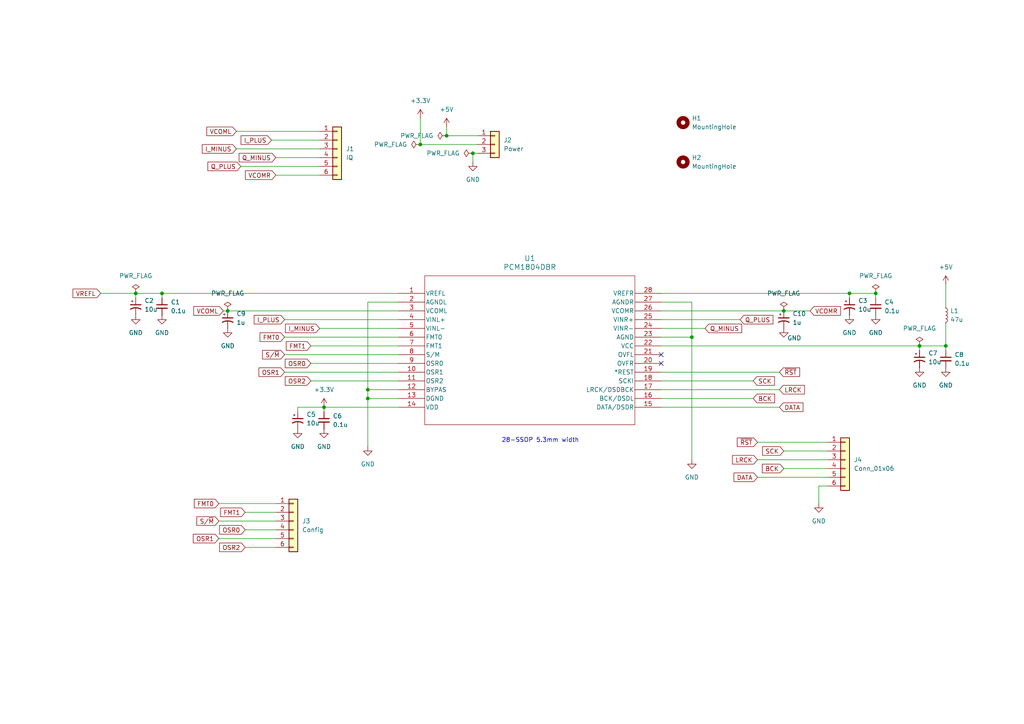
<source format=kicad_sch>
(kicad_sch (version 20231120) (generator "eeschema") (generator_version "8.0")
  (paper "A4")
  (lib_symbols
    (symbol "Connector_Generic:Conn_01x03" (pin_names (offset 1.016) hide)
      (property "Reference" "J" (at 0 5.08 0))
      (property "Value" "Conn_01x03" (at 0 -5.08 0))
      (symbol "Conn_01x03_1_1"
        (rectangle (start -1.27 -2.413) (end 0 -2.667) (stroke (width 0.1524)))
        (rectangle (start -1.27 0.127) (end 0 -0.127) (stroke (width 0.1524)))
        (rectangle (start -1.27 2.667) (end 0 2.413) (stroke (width 0.1524)))
        (rectangle (start -1.27 3.81) (end 1.27 -3.81) (stroke (width 0.254)) (fill (type background)))
        (pin passive line (at -5.08 2.54 0) (length 3.81) (name "Pin_1") (number "1"))
        (pin passive line (at -5.08 0 0) (length 3.81) (name "Pin_2") (number "2"))
        (pin passive line (at -5.08 -2.54 0) (length 3.81) (name "Pin_3") (number "3"))
      )
    )
    (symbol "Connector_Generic:Conn_01x06" (pin_names (offset 1.016) hide)
      (property "Reference" "J" (at 0 7.62 0))
      (property "Value" "Conn_01x06" (at 0 -10.16 0))
      (symbol "Conn_01x06_1_1"
        (rectangle (start -1.27 -7.493) (end 0 -7.747) (stroke (width 0.1524)))
        (rectangle (start -1.27 -4.953) (end 0 -5.207) (stroke (width 0.1524)))
        (rectangle (start -1.27 -2.413) (end 0 -2.667) (stroke (width 0.1524)))
        (rectangle (start -1.27 0.127) (end 0 -0.127) (stroke (width 0.1524)))
        (rectangle (start -1.27 2.667) (end 0 2.413) (stroke (width 0.1524)))
        (rectangle (start -1.27 5.207) (end 0 4.953) (stroke (width 0.1524)))
        (rectangle (start -1.27 6.35) (end 1.27 -8.89) (stroke (width 0.254)) (fill (type background)))
        (pin passive line (at -5.08 5.08 0) (length 3.81) (name "Pin_1") (number "1"))
        (pin passive line (at -5.08 2.54 0) (length 3.81) (name "Pin_2") (number "2"))
        (pin passive line (at -5.08 0 0) (length 3.81) (name "Pin_3") (number "3"))
        (pin passive line (at -5.08 -2.54 0) (length 3.81) (name "Pin_4") (number "4"))
        (pin passive line (at -5.08 -5.08 0) (length 3.81) (name "Pin_5") (number "5"))
        (pin passive line (at -5.08 -7.62 0) (length 3.81) (name "Pin_6") (number "6"))
      )
    )
    (symbol "Device:C_Polarized_Small_US" (pin_numbers hide) (pin_names (offset 0.254) hide)
      (property "Reference" "C" (at 0.254 1.778 0))
      (property "Value" "C_Polarized_Small_US" (at 0.254 -2.032 0))
      (symbol "C_Polarized_Small_US_0_1"
        (polyline (pts (xy -1.524 0.508) (xy 1.524 0.508)) (stroke (width 0.3048)))
        (polyline (pts (xy -1.27 1.524) (xy -0.762 1.524)))
        (polyline (pts (xy -1.016 1.27) (xy -1.016 1.778)))
        (arc (start 1.524 -0.762) (mid 0 -0.3734) (end -1.524 -0.762) (stroke (width 0.3048)))
      )
      (symbol "C_Polarized_Small_US_1_1"
        (pin passive line (at 0 2.54 270) (length 2.032) (name "~") (number "1"))
        (pin passive line (at 0 -2.54 90) (length 2.032) (name "~") (number "2"))
      )
    )
    (symbol "Device:C_Small" (pin_numbers hide) (pin_names (offset 0.254) hide)
      (property "Reference" "C" (at 0.254 1.778 0))
      (property "Value" "C_Small" (at 0.254 -2.032 0))
      (symbol "C_Small_0_1"
        (polyline (pts (xy -1.524 -0.508) (xy 1.524 -0.508)) (stroke (width 0.3302)))
        (polyline (pts (xy -1.524 0.508) (xy 1.524 0.508)) (stroke (width 0.3048)))
      )
      (symbol "C_Small_1_1"
        (pin passive line (at 0 2.54 270) (length 2.032) (name "~") (number "1"))
        (pin passive line (at 0 -2.54 90) (length 2.032) (name "~") (number "2"))
      )
    )
    (symbol "Device:L_Small" (pin_numbers hide) (pin_names (offset 0.254) hide)
      (property "Reference" "L" (at 0.762 1.016 0))
      (property "Value" "L_Small" (at 0.762 -1.016 0))
      (symbol "L_Small_0_1"
        (arc (start 0 -2.032) (mid 0.5058 -1.524) (end 0 -1.016))
        (arc (start 0 -1.016) (mid 0.5058 -0.508) (end 0 0))
        (arc (start 0 0) (mid 0.5058 0.508) (end 0 1.016))
        (arc (start 0 1.016) (mid 0.5058 1.524) (end 0 2.032))
      )
      (symbol "L_Small_1_1"
        (pin passive line (at 0 2.54 270) (length 0.508) (name "~") (number "1"))
        (pin passive line (at 0 -2.54 90) (length 0.508) (name "~") (number "2"))
      )
    )
    (symbol "Mechanical:MountingHole" (pin_names (offset 1.016)) (exclude_from_sim yes) (in_bom no)
      (property "Reference" "H" (at 0 5.08 0))
      (property "Value" "MountingHole" (at 0 3.175 0))
      (symbol "MountingHole_0_1"
        (circle (center 0 0) (radius 1.27) (stroke (width 1.27)))
      )
    )
    (symbol "power:+3.3V" (power) (pin_numbers hide) (pin_names (offset 0) hide)
      (property "Value" "+3.3V" (at 0 3.556 0))
      (symbol "+3.3V_0_1"
        (polyline (pts (xy -0.762 1.27) (xy 0 2.54)))
        (polyline (pts (xy 0 0) (xy 0 2.54)))
        (polyline (pts (xy 0 2.54) (xy 0.762 1.27)))
      )
      (symbol "+3.3V_1_1"
        (pin power_in line (at 0 0 90) (length 0) (name "~") (number "1"))
      )
    )
    (symbol "power:+5V" (power) (pin_numbers hide) (pin_names (offset 0) hide)
      (property "Value" "+5V" (at 0 3.556 0))
      (symbol "+5V_0_1"
        (polyline (pts (xy -0.762 1.27) (xy 0 2.54)))
        (polyline (pts (xy 0 0) (xy 0 2.54)))
        (polyline (pts (xy 0 2.54) (xy 0.762 1.27)))
      )
      (symbol "+5V_1_1"
        (pin power_in line (at 0 0 90) (length 0) (name "~") (number "1"))
      )
    )
    (symbol "power:GND" (power) (pin_numbers hide) (pin_names (offset 0) hide)
      (property "Value" "GND" (at 0 -3.81 0))
      (symbol "GND_0_1"
        (polyline (pts (xy 0 0) (xy 0 -1.27) (xy 1.27 -1.27) (xy 0 -2.54) (xy -1.27 -1.27) (xy 0 -1.27)))
      )
      (symbol "GND_1_1"
        (pin power_in line (at 0 0 270) (length 0) (name "~") (number "1"))
      )
    )
    (symbol "power:PWR_FLAG" (power) (pin_numbers hide) (pin_names (offset 0) hide)
      (property "Value" "PWR_FLAG" (at 0 3.81 0))
      (symbol "PWR_FLAG_0_0"
        (pin power_out line (at 0 0 90) (length 0) (name "~") (number "1"))
      )
      (symbol "PWR_FLAG_0_1"
        (polyline (pts (xy 0 0) (xy 0 1.27) (xy -1.016 1.905) (xy 0 2.54) (xy 1.016 1.905) (xy 0 1.27)))
      )
    )
    (symbol "symbol-library-1:PCM1804DBR" (pin_names (offset 0.254))
      (property "Reference" "U" (at 38.1 10.16 0))
      (property "Value" "PCM1804DBR" (at 38.1 7.62 0))
      (symbol "PCM1804DBR_0_1"
        (polyline (pts (xy 7.62 -38.1) (xy 68.58 -38.1)) (stroke (width 0.127)))
        (polyline (pts (xy 7.62 5.08) (xy 7.62 -38.1)) (stroke (width 0.127)))
        (polyline (pts (xy 68.58 -38.1) (xy 68.58 5.08)) (stroke (width 0.127)))
        (polyline (pts (xy 68.58 5.08) (xy 7.62 5.08)) (stroke (width 0.127)))
        (pin power_in line (at 0 0 0) (length 7.62) (name "VREFL") (number "1"))
        (pin input line (at 0 -22.86 0) (length 7.62) (name "OSR1") (number "10"))
        (pin input line (at 0 -25.4 0) (length 7.62) (name "OSR2") (number "11"))
        (pin input line (at 0 -27.94 0) (length 7.62) (name "BYPAS") (number "12"))
        (pin power_in line (at 0 -30.48 0) (length 7.62) (name "DGND") (number "13"))
        (pin power_in line (at 0 -33.02 0) (length 7.62) (name "VDD") (number "14"))
        (pin output line (at 76.2 -33.02 180) (length 7.62) (name "DATA/DSDR") (number "15"))
        (pin bidirectional line (at 76.2 -30.48 180) (length 7.62) (name "BCK/DSDL") (number "16"))
        (pin bidirectional line (at 76.2 -27.94 180) (length 7.62) (name "LRCK/DSDBCK") (number "17"))
        (pin input line (at 76.2 -25.4 180) (length 7.62) (name "SCKI") (number "18"))
        (pin input line (at 76.2 -22.86 180) (length 7.62) (name "*REST") (number "19"))
        (pin power_in line (at 0 -2.54 0) (length 7.62) (name "AGNDL") (number "2"))
        (pin output line (at 76.2 -20.32 180) (length 7.62) (name "OVFR") (number "20"))
        (pin output line (at 76.2 -17.78 180) (length 7.62) (name "OVFL") (number "21"))
        (pin power_in line (at 76.2 -15.24 180) (length 7.62) (name "VCC") (number "22"))
        (pin power_in line (at 76.2 -12.7 180) (length 7.62) (name "AGND") (number "23"))
        (pin input line (at 76.2 -10.16 180) (length 7.62) (name "VINR-") (number "24"))
        (pin input line (at 76.2 -7.62 180) (length 7.62) (name "VINR+") (number "25"))
        (pin power_in line (at 76.2 -5.08 180) (length 7.62) (name "VCOMR") (number "26"))
        (pin power_in line (at 76.2 -2.54 180) (length 7.62) (name "AGNDR") (number "27"))
        (pin power_in line (at 76.2 0 180) (length 7.62) (name "VREFR") (number "28"))
        (pin power_in line (at 0 -5.08 0) (length 7.62) (name "VCOML") (number "3"))
        (pin input line (at 0 -7.62 0) (length 7.62) (name "VINL+") (number "4"))
        (pin input line (at 0 -10.16 0) (length 7.62) (name "VINL-") (number "5"))
        (pin input line (at 0 -12.7 0) (length 7.62) (name "FMT0") (number "6"))
        (pin input line (at 0 -15.24 0) (length 7.62) (name "FMT1") (number "7"))
        (pin input line (at 0 -17.78 0) (length 7.62) (name "S/M") (number "8"))
        (pin input line (at 0 -20.32 0) (length 7.62) (name "OSR0") (number "9"))
      )
    )
  )
  (junction (at 93.98 118.11))
  (junction (at 200.66 97.79))
  (junction (at 121.92 41.91))
  (junction (at 106.68 113.03))
  (junction (at 274.32 100.33))
  (junction (at 227.33 90.17))
  (junction (at 46.99 85.09))
  (junction (at 137.16 44.45))
  (junction (at 39.37 85.09))
  (junction (at 129.54 39.37))
  (junction (at 106.68 115.57))
  (junction (at 246.38 85.09))
  (junction (at 66.04 90.17))
  (junction (at 266.7 100.33))
  (junction (at 254 85.09))
  (no_connect (at 191.77 105.41))
  (no_connect (at 191.77 102.87))
  (wire (pts (xy 191.77 90.17) (xy 227.33 90.17)))
  (wire (pts (xy 93.98 118.11) (xy 93.98 119.38)))
  (wire (pts (xy 274.32 82.55) (xy 274.32 88.9)))
  (wire (pts (xy 191.77 97.79) (xy 200.66 97.79)))
  (wire (pts (xy 237.49 146.05) (xy 237.49 140.97)))
  (wire (pts (xy 191.77 118.11) (xy 226.06 118.11)))
  (wire (pts (xy 121.92 34.29) (xy 121.92 41.91)))
  (wire (pts (xy 219.71 128.27) (xy 240.03 128.27)))
  (wire (pts (xy 90.17 100.33) (xy 115.57 100.33)))
  (wire (pts (xy 39.37 85.09) (xy 46.99 85.09)))
  (wire (pts (xy 39.37 86.36) (xy 39.37 85.09)))
  (wire (pts (xy 106.68 87.63) (xy 106.68 113.03)))
  (wire (pts (xy 63.5 156.21) (xy 80.01 156.21)))
  (wire (pts (xy 106.68 115.57) (xy 106.68 129.54)))
  (wire (pts (xy 46.99 85.09) (xy 46.99 86.36)))
  (wire (pts (xy 246.38 85.09) (xy 254 85.09)))
  (wire (pts (xy 71.12 148.59) (xy 80.01 148.59)))
  (wire (pts (xy 191.77 100.33) (xy 266.7 100.33)))
  (wire (pts (xy 82.55 107.95) (xy 115.57 107.95)))
  (wire (pts (xy 66.04 90.17) (xy 115.57 90.17)))
  (wire (pts (xy 191.77 115.57) (xy 218.44 115.57)))
  (wire (pts (xy 86.36 118.11) (xy 93.98 118.11)))
  (wire (pts (xy 69.85 48.26) (xy 92.71 48.26)))
  (wire (pts (xy 191.77 92.71) (xy 214.63 92.71)))
  (wire (pts (xy 63.5 146.05) (xy 80.01 146.05)))
  (wire (pts (xy 115.57 87.63) (xy 106.68 87.63)))
  (wire (pts (xy 246.38 86.36) (xy 246.38 85.09)))
  (wire (pts (xy 274.32 93.98) (xy 274.32 100.33)))
  (wire (pts (xy 106.68 115.57) (xy 115.57 115.57)))
  (wire (pts (xy 129.54 36.83) (xy 129.54 39.37)))
  (wire (pts (xy 266.7 100.33) (xy 274.32 100.33)))
  (wire (pts (xy 71.12 158.75) (xy 80.01 158.75)))
  (wire (pts (xy 191.77 110.49) (xy 218.44 110.49)))
  (wire (pts (xy 129.54 39.37) (xy 138.43 39.37)))
  (wire (pts (xy 90.17 105.41) (xy 115.57 105.41)))
  (wire (pts (xy 63.5 151.13) (xy 80.01 151.13)))
  (wire (pts (xy 274.32 100.33) (xy 274.32 101.6)))
  (wire (pts (xy 227.33 90.17) (xy 234.95 90.17)))
  (wire (pts (xy 137.16 44.45) (xy 137.16 46.99)))
  (wire (pts (xy 86.36 119.38) (xy 86.36 118.11)))
  (wire (pts (xy 68.58 43.18) (xy 92.71 43.18)))
  (wire (pts (xy 191.77 85.09) (xy 246.38 85.09)))
  (wire (pts (xy 191.77 107.95) (xy 226.06 107.95)))
  (wire (pts (xy 29.21 85.09) (xy 39.37 85.09)))
  (wire (pts (xy 78.74 40.64) (xy 92.71 40.64)))
  (wire (pts (xy 227.33 130.81) (xy 240.03 130.81)))
  (wire (pts (xy 80.01 50.8) (xy 92.71 50.8)))
  (wire (pts (xy 219.71 133.35) (xy 240.03 133.35)))
  (wire (pts (xy 90.17 110.49) (xy 115.57 110.49)))
  (wire (pts (xy 71.12 153.67) (xy 80.01 153.67)))
  (wire (pts (xy 200.66 87.63) (xy 200.66 97.79)))
  (wire (pts (xy 138.43 44.45) (xy 137.16 44.45)))
  (wire (pts (xy 227.33 135.89) (xy 240.03 135.89)))
  (wire (pts (xy 80.01 45.72) (xy 92.71 45.72)))
  (wire (pts (xy 191.77 95.25) (xy 204.47 95.25)))
  (wire (pts (xy 92.71 95.25) (xy 115.57 95.25)))
  (wire (pts (xy 68.58 38.1) (xy 92.71 38.1)))
  (wire (pts (xy 219.71 138.43) (xy 240.03 138.43)))
  (wire (pts (xy 64.77 90.17) (xy 66.04 90.17)))
  (wire (pts (xy 237.49 140.97) (xy 240.03 140.97)))
  (wire (pts (xy 82.55 92.71) (xy 115.57 92.71)))
  (wire (pts (xy 200.66 97.79) (xy 200.66 133.35)))
  (wire (pts (xy 121.92 41.91) (xy 138.43 41.91)))
  (wire (pts (xy 82.55 102.87) (xy 115.57 102.87)))
  (wire (pts (xy 46.99 85.09) (xy 115.57 85.09)))
  (wire (pts (xy 106.68 113.03) (xy 106.68 115.57)))
  (wire (pts (xy 266.7 101.6) (xy 266.7 100.33)))
  (wire (pts (xy 106.68 113.03) (xy 115.57 113.03)))
  (wire (pts (xy 254 85.09) (xy 254 86.36)))
  (wire (pts (xy 191.77 113.03) (xy 226.06 113.03)))
  (wire (pts (xy 93.98 118.11) (xy 115.57 118.11)))
  (wire (pts (xy 82.55 97.79) (xy 115.57 97.79)))
  (wire (pts (xy 191.77 87.63) (xy 200.66 87.63)))
  (text "28-SSOP 5.3mm width" (at 156.718 127.762 0) (effects (font (size 1.27 1.27))))
  (global_label "FMT1" (shape input) (at 90.17 100.33 180) (property "Intersheetrefs" "${INTERSHEET_REFS}" (effects (hide yes))))
  (global_label "LRCK" (shape input) (at 226.06 113.03 0) (property "Intersheetrefs" "${INTERSHEET_REFS}" (effects (hide yes))))
  (global_label "S{slash}~{M}" (shape input) (at 82.55 102.87 180) (property "Intersheetrefs" "${INTERSHEET_REFS}" (effects (hide yes))))
  (global_label "LRCK" (shape input) (at 219.71 133.35 180) (property "Intersheetrefs" "${INTERSHEET_REFS}" (effects (hide yes))))
  (global_label "Q_PLUS" (shape input) (at 69.85 48.26 180) (property "Intersheetrefs" "${INTERSHEET_REFS}" (effects (hide yes))))
  (global_label "OSR0" (shape input) (at 71.12 153.67 180) (property "Intersheetrefs" "${INTERSHEET_REFS}" (effects (hide yes))))
  (global_label "DATA" (shape input) (at 226.06 118.11 0) (property "Intersheetrefs" "${INTERSHEET_REFS}" (effects (hide yes))))
  (global_label "Q_MINUS" (shape input) (at 204.47 95.25 0) (property "Intersheetrefs" "${INTERSHEET_REFS}" (effects (hide yes))))
  (global_label "OSR1" (shape input) (at 82.55 107.95 180) (property "Intersheetrefs" "${INTERSHEET_REFS}" (effects (hide yes))))
  (global_label "I_PLUS" (shape input) (at 82.55 92.71 180) (property "Intersheetrefs" "${INTERSHEET_REFS}" (effects (hide yes))))
  (global_label "OSR0" (shape input) (at 90.17 105.41 180) (property "Intersheetrefs" "${INTERSHEET_REFS}" (effects (hide yes))))
  (global_label "~{RST}" (shape input) (at 219.71 128.27 180) (property "Intersheetrefs" "${INTERSHEET_REFS}" (effects (hide yes))))
  (global_label "SCK" (shape input) (at 227.33 130.81 180) (property "Intersheetrefs" "${INTERSHEET_REFS}" (effects (hide yes))))
  (global_label "VCOMR" (shape input) (at 80.01 50.8 180) (property "Intersheetrefs" "${INTERSHEET_REFS}" (effects (hide yes))))
  (global_label "OSR1" (shape input) (at 63.5 156.21 180) (property "Intersheetrefs" "${INTERSHEET_REFS}" (effects (hide yes))))
  (global_label "VCOML" (shape input) (at 68.58 38.1 180) (property "Intersheetrefs" "${INTERSHEET_REFS}" (effects (hide yes))))
  (global_label "VCOMR" (shape input) (at 234.95 90.17 0) (property "Intersheetrefs" "${INTERSHEET_REFS}" (effects (hide yes))))
  (global_label "OSR2" (shape input) (at 90.17 110.49 180) (property "Intersheetrefs" "${INTERSHEET_REFS}" (effects (hide yes))))
  (global_label "I_PLUS" (shape input) (at 78.74 40.64 180) (property "Intersheetrefs" "${INTERSHEET_REFS}" (effects (hide yes))))
  (global_label "~{RST}" (shape input) (at 226.06 107.95 0) (property "Intersheetrefs" "${INTERSHEET_REFS}" (effects (hide yes))))
  (global_label "BCK" (shape input) (at 218.44 115.57 0) (property "Intersheetrefs" "${INTERSHEET_REFS}" (effects (hide yes))))
  (global_label "VREFL" (shape input) (at 29.21 85.09 180) (property "Intersheetrefs" "${INTERSHEET_REFS}" (effects (hide yes))))
  (global_label "BCK" (shape input) (at 227.33 135.89 180) (property "Intersheetrefs" "${INTERSHEET_REFS}" (effects (hide yes))))
  (global_label "VCOML" (shape input) (at 64.77 90.17 180) (property "Intersheetrefs" "${INTERSHEET_REFS}" (effects (hide yes))))
  (global_label "FMT0" (shape input) (at 63.5 146.05 180) (property "Intersheetrefs" "${INTERSHEET_REFS}" (effects (hide yes))))
  (global_label "S{slash}~{M}" (shape input) (at 63.5 151.13 180) (property "Intersheetrefs" "${INTERSHEET_REFS}" (effects (hide yes))))
  (global_label "Q_MINUS" (shape input) (at 80.01 45.72 180) (property "Intersheetrefs" "${INTERSHEET_REFS}" (effects (hide yes))))
  (global_label "SCK" (shape input) (at 218.44 110.49 0) (property "Intersheetrefs" "${INTERSHEET_REFS}" (effects (hide yes))))
  (global_label "DATA" (shape input) (at 219.71 138.43 180) (property "Intersheetrefs" "${INTERSHEET_REFS}" (effects (hide yes))))
  (global_label "I_MINUS" (shape input) (at 92.71 95.25 180) (property "Intersheetrefs" "${INTERSHEET_REFS}" (effects (hide yes))))
  (global_label "Q_PLUS" (shape input) (at 214.63 92.71 0) (property "Intersheetrefs" "${INTERSHEET_REFS}" (effects (hide yes))))
  (global_label "FMT0" (shape input) (at 82.55 97.79 180) (property "Intersheetrefs" "${INTERSHEET_REFS}" (effects (hide yes))))
  (global_label "FMT1" (shape input) (at 71.12 148.59 180) (property "Intersheetrefs" "${INTERSHEET_REFS}" (effects (hide yes))))
  (global_label "I_MINUS" (shape input) (at 68.58 43.18 180) (property "Intersheetrefs" "${INTERSHEET_REFS}" (effects (hide yes))))
  (global_label "OSR2" (shape input) (at 71.12 158.75 180) (property "Intersheetrefs" "${INTERSHEET_REFS}" (effects (hide yes))))
  (symbol (lib_id "power:GND") (at 254 91.44 0) (unit 1)
    (property "Reference" "#PWR04" (effects (hide yes)))
    (property "Value" "GND" (at 254 96.52 0))
    (property "Description" "Power symbol creates a global label with name \"GND\" , ground" (effects (hide yes)))
  )
  (symbol (lib_id "power:PWR_FLAG") (at 266.7 100.33 0) (unit 1)
    (property "Reference" "#FLG04" (effects (hide yes)))
    (property "Value" "PWR_FLAG" (at 266.7 95.25 0))
    (property "Description" "Special symbol for telling ERC where power comes from" (effects (hide yes)))
  )
  (symbol (lib_id "Connector_Generic:Conn_01x06") (at 97.79 43.18 0) (unit 1)
    (property "Reference" "J1" (at 100.33 43.1799 0) (effects (justify left)))
    (property "Value" "IQ" (at 100.33 45.7199 0) (effects (justify left)))
    (property "Footprint" "Connector_PinHeader_2.54mm:PinHeader_1x06_P2.54mm_Vertical" (effects (hide yes)))
    (property "Description" "Generic connector, single row, 01x06, script generated (kicad-library-utils/schlib/autogen/connector/)" (effects (hide yes)))
  )
  (symbol (lib_id "power:GND") (at 274.32 106.68 0) (unit 1)
    (property "Reference" "#PWR011" (effects (hide yes)))
    (property "Value" "GND" (at 274.32 111.76 0))
    (property "Description" "Power symbol creates a global label with name \"GND\" , ground" (effects (hide yes)))
  )
  (symbol (lib_id "Device:C_Polarized_Small_US") (at 39.37 88.9 0) (unit 1)
    (property "Reference" "C2" (at 41.91 87.1981 0) (effects (justify left)))
    (property "Value" "10u" (at 41.91 89.7381 0) (effects (justify left)))
    (property "Footprint" "Capacitor_THT:CP_Radial_D4.0mm_P2.00mm" (effects (hide yes)))
    (property "Description" "Polarized capacitor, small US symbol" (effects (hide yes)))
  )
  (symbol (lib_id "power:GND") (at 66.04 95.25 0) (unit 1)
    (property "Reference" "#PWR013" (effects (hide yes)))
    (property "Value" "GND" (at 66.04 100.33 0))
    (property "Description" "Power symbol creates a global label with name \"GND\" , ground" (effects (hide yes)))
  )
  (symbol (lib_id "power:GND") (at 200.66 133.35 0) (unit 1)
    (property "Reference" "#PWR06" (effects (hide yes)))
    (property "Value" "GND" (at 200.66 138.43 0))
    (property "Description" "Power symbol creates a global label with name \"GND\" , ground" (effects (hide yes)))
  )
  (symbol (lib_id "power:GND") (at 137.16 46.99 0) (unit 1)
    (property "Reference" "#PWR015" (effects (hide yes)))
    (property "Value" "GND" (at 137.16 52.07 0))
    (property "Description" "Power symbol creates a global label with name \"GND\" , ground" (effects (hide yes)))
  )
  (symbol (lib_id "power:GND") (at 93.98 124.46 0) (unit 1)
    (property "Reference" "#PWR08" (effects (hide yes)))
    (property "Value" "GND" (at 93.98 129.54 0))
    (property "Description" "Power symbol creates a global label with name \"GND\" , ground" (effects (hide yes)))
  )
  (symbol (lib_id "power:GND") (at 46.99 91.44 0) (unit 1)
    (property "Reference" "#PWR02" (effects (hide yes)))
    (property "Value" "GND" (at 46.99 96.52 0))
    (property "Description" "Power symbol creates a global label with name \"GND\" , ground" (effects (hide yes)))
  )
  (symbol (lib_id "Mechanical:MountingHole") (at 198.12 46.99 0) (unit 1) (exclude_from_sim yes) (in_bom no)
    (property "Reference" "H2" (at 200.66 45.7199 0) (effects (justify left)))
    (property "Value" "MountingHole" (at 200.66 48.2599 0) (effects (justify left)))
    (property "Footprint" "MountingHole:MountingHole_3mm" (effects (hide yes)))
    (property "Description" "Mounting Hole without connection" (effects (hide yes)))
  )
  (symbol (lib_id "power:+3.3V") (at 93.98 118.11 0) (unit 1)
    (property "Reference" "#PWR09" (effects (hide yes)))
    (property "Value" "+3.3V" (at 93.98 113.03 0))
    (property "Description" "Power symbol creates a global label with name \"+3.3V\"" (effects (hide yes)))
  )
  (symbol (lib_id "power:PWR_FLAG") (at 254 85.09 0) (unit 1)
    (property "Reference" "#FLG05" (effects (hide yes)))
    (property "Value" "PWR_FLAG" (at 254 80.01 0))
    (property "Description" "Special symbol for telling ERC where power comes from" (effects (hide yes)))
  )
  (symbol (lib_id "power:GND") (at 266.7 106.68 0) (unit 1)
    (property "Reference" "#PWR010" (effects (hide yes)))
    (property "Value" "GND" (at 266.7 111.76 0))
    (property "Description" "Power symbol creates a global label with name \"GND\" , ground" (effects (hide yes)))
  )
  (symbol (lib_id "power:GND") (at 39.37 91.44 0) (unit 1)
    (property "Reference" "#PWR01" (effects (hide yes)))
    (property "Value" "GND" (at 39.37 96.52 0))
    (property "Description" "Power symbol creates a global label with name \"GND\" , ground" (effects (hide yes)))
  )
  (symbol (lib_id "power:GND") (at 227.33 95.25 0) (unit 1)
    (property "Reference" "#PWR014" (effects (hide yes)))
    (property "Value" "GND" (at 230.378 98.044 0))
    (property "Description" "Power symbol creates a global label with name \"GND\" , ground" (effects (hide yes)))
  )
  (symbol (lib_id "Device:C_Small") (at 254 88.9 0) (unit 1)
    (property "Reference" "C4" (at 256.54 87.6362 0) (effects (justify left)))
    (property "Value" "0.1u" (at 256.54 90.1762 0) (effects (justify left)))
    (property "Footprint" "Capacitor_SMD:C_0805_2012Metric_Pad1.18x1.45mm_HandSolder" (effects (hide yes)))
    (property "Description" "Unpolarized capacitor, small symbol" (effects (hide yes)))
  )
  (symbol (lib_id "power:GND") (at 246.38 91.44 0) (unit 1)
    (property "Reference" "#PWR03" (effects (hide yes)))
    (property "Value" "GND" (at 246.38 96.52 0))
    (property "Description" "Power symbol creates a global label with name \"GND\" , ground" (effects (hide yes)))
  )
  (symbol (lib_id "Device:L_Small") (at 274.32 91.44 0) (unit 1)
    (property "Reference" "L1" (at 275.59 90.1699 0) (effects (justify left)))
    (property "Value" "47u" (at 275.59 92.7099 0) (effects (justify left)))
    (property "Footprint" "Inductor_SMD:L_0805_2012Metric_Pad1.15x1.40mm_HandSolder" (effects (hide yes)))
    (property "Description" "Inductor, small symbol" (effects (hide yes)))
  )
  (symbol (lib_id "Connector_Generic:Conn_01x06") (at 245.11 133.35 0) (unit 1)
    (property "Reference" "J4" (at 247.65 133.3499 0) (effects (justify left)))
    (property "Value" "Conn_01x06" (at 247.65 135.8899 0) (effects (justify left)))
    (property "Footprint" "Connector_PinHeader_2.54mm:PinHeader_1x06_P2.54mm_Vertical" (effects (hide yes)))
    (property "Description" "Generic connector, single row, 01x06, script generated (kicad-library-utils/schlib/autogen/connector/)" (effects (hide yes)))
  )
  (symbol (lib_id "Device:C_Small") (at 46.99 88.9 0) (unit 1)
    (property "Reference" "C1" (at 49.53 87.6362 0) (effects (justify left)))
    (property "Value" "0.1u" (at 49.53 90.1762 0) (effects (justify left)))
    (property "Footprint" "Capacitor_SMD:C_0805_2012Metric_Pad1.18x1.45mm_HandSolder" (effects (hide yes)))
    (property "Description" "Unpolarized capacitor, small symbol" (effects (hide yes)))
  )
  (symbol (lib_id "power:GND") (at 106.68 129.54 0) (unit 1)
    (property "Reference" "#PWR05" (effects (hide yes)))
    (property "Value" "GND" (at 106.68 134.62 0))
    (property "Description" "Power symbol creates a global label with name \"GND\" , ground" (effects (hide yes)))
  )
  (symbol (lib_id "Device:C_Small") (at 274.32 104.14 0) (unit 1)
    (property "Reference" "C8" (at 276.86 102.8762 0) (effects (justify left)))
    (property "Value" "0.1u" (at 276.86 105.4162 0) (effects (justify left)))
    (property "Footprint" "Capacitor_SMD:C_0805_2012Metric_Pad1.18x1.45mm_HandSolder" (effects (hide yes)))
    (property "Description" "Unpolarized capacitor, small symbol" (effects (hide yes)))
  )
  (symbol (lib_id "Mechanical:MountingHole") (at 198.12 35.56 0) (unit 1) (exclude_from_sim yes) (in_bom no)
    (property "Reference" "H1" (at 200.66 34.2899 0) (effects (justify left)))
    (property "Value" "MountingHole" (at 200.66 36.8299 0) (effects (justify left)))
    (property "Footprint" "MountingHole:MountingHole_3mm" (effects (hide yes)))
    (property "Description" "Mounting Hole without connection" (effects (hide yes)))
  )
  (symbol (lib_id "power:PWR_FLAG") (at 227.33 90.17 0) (unit 1)
    (property "Reference" "#FLG07" (effects (hide yes)))
    (property "Value" "PWR_FLAG" (at 227.33 85.09 0))
    (property "Description" "Special symbol for telling ERC where power comes from" (effects (hide yes)))
  )
  (symbol (lib_id "symbol-library-1:PCM1804DBR") (at 115.57 85.09 0) (unit 1)
    (property "Reference" "U1" (at 153.67 74.93 0) (effects (font (size 1.524 1.524))))
    (property "Value" "PCM1804DBR" (at 153.67 77.47 0) (effects (font (size 1.524 1.524))))
    (property "Footprint" "Package_SO:SSOP-28_5.3x10.2mm_P0.65mm" (effects (hide yes)))
    (property "Datasheet" "PCM1804DBR" (effects (hide yes)))
  )
  (symbol (lib_id "power:PWR_FLAG") (at 39.37 85.09 0) (unit 1)
    (property "Reference" "#FLG06" (effects (hide yes)))
    (property "Value" "PWR_FLAG" (at 39.37 80.01 0))
    (property "Description" "Special symbol for telling ERC where power comes from" (effects (hide yes)))
  )
  (symbol (lib_id "Connector_Generic:Conn_01x03") (at 143.51 41.91 0) (unit 1)
    (property "Reference" "J2" (at 146.05 40.6399 0) (effects (justify left)))
    (property "Value" "Power" (at 146.05 43.1799 0) (effects (justify left)))
    (property "Footprint" "Connector_PinHeader_2.54mm:PinHeader_1x03_P2.54mm_Vertical" (effects (hide yes)))
    (property "Description" "Generic connector, single row, 01x03, script generated (kicad-library-utils/schlib/autogen/connector/)" (effects (hide yes)))
  )
  (symbol (lib_id "Device:C_Polarized_Small_US") (at 227.33 92.71 0) (unit 1)
    (property "Reference" "C10" (at 229.87 91.0081 0) (effects (justify left)))
    (property "Value" "1u" (at 229.87 93.5481 0) (effects (justify left)))
    (property "Footprint" "Capacitor_SMD:C_0805_2012Metric_Pad1.18x1.45mm_HandSolder" (effects (hide yes)))
    (property "Description" "Polarized capacitor, small US symbol" (effects (hide yes)))
  )
  (symbol (lib_id "power:PWR_FLAG") (at 137.16 44.45 90) (unit 1)
    (property "Reference" "#FLG03" (effects (hide yes)))
    (property "Value" "PWR_FLAG" (at 133.35 44.4499 90) (effects (justify left)))
    (property "Description" "Special symbol for telling ERC where power comes from" (effects (hide yes)))
  )
  (symbol (lib_id "power:+3.3V") (at 121.92 34.29 0) (unit 1)
    (property "Reference" "#PWR016" (effects (hide yes)))
    (property "Value" "+3.3V" (at 121.92 29.21 0))
    (property "Description" "Power symbol creates a global label with name \"+3.3V\"" (effects (hide yes)))
  )
  (symbol (lib_id "Device:C_Polarized_Small_US") (at 66.04 92.71 0) (unit 1)
    (property "Reference" "C9" (at 68.58 91.0081 0) (effects (justify left)))
    (property "Value" "1u" (at 68.58 93.5481 0) (effects (justify left)))
    (property "Footprint" "Capacitor_SMD:C_0805_2012Metric_Pad1.18x1.45mm_HandSolder" (effects (hide yes)))
    (property "Description" "Polarized capacitor, small US symbol" (effects (hide yes)))
  )
  (symbol (lib_id "Device:C_Polarized_Small_US") (at 266.7 104.14 0) (unit 1)
    (property "Reference" "C7" (at 269.24 102.4381 0) (effects (justify left)))
    (property "Value" "10u" (at 269.24 104.9781 0) (effects (justify left)))
    (property "Footprint" "Capacitor_THT:CP_Radial_D4.0mm_P2.00mm" (effects (hide yes)))
    (property "Description" "Polarized capacitor, small US symbol" (effects (hide yes)))
  )
  (symbol (lib_id "power:GND") (at 86.36 124.46 0) (unit 1)
    (property "Reference" "#PWR07" (effects (hide yes)))
    (property "Value" "GND" (at 86.36 129.54 0))
    (property "Description" "Power symbol creates a global label with name \"GND\" , ground" (effects (hide yes)))
  )
  (symbol (lib_id "power:GND") (at 237.49 146.05 0) (unit 1)
    (property "Reference" "#PWR018" (effects (hide yes)))
    (property "Value" "GND" (at 237.49 151.13 0))
    (property "Description" "Power symbol creates a global label with name \"GND\" , ground" (effects (hide yes)))
  )
  (symbol (lib_id "power:+5V") (at 129.54 36.83 0) (unit 1)
    (property "Reference" "#PWR017" (effects (hide yes)))
    (property "Value" "+5V" (at 129.54 31.75 0))
    (property "Description" "Power symbol creates a global label with name \"+5V\"" (effects (hide yes)))
  )
  (symbol (lib_id "power:PWR_FLAG") (at 121.92 41.91 90) (unit 1)
    (property "Reference" "#FLG01" (effects (hide yes)))
    (property "Value" "PWR_FLAG" (at 118.11 41.9099 90) (effects (justify left)))
    (property "Description" "Special symbol for telling ERC where power comes from" (effects (hide yes)))
  )
  (symbol (lib_id "power:+5V") (at 274.32 82.55 0) (unit 1)
    (property "Reference" "#PWR012" (effects (hide yes)))
    (property "Value" "+5V" (at 274.32 77.47 0))
    (property "Description" "Power symbol creates a global label with name \"+5V\"" (effects (hide yes)))
  )
  (symbol (lib_id "power:PWR_FLAG") (at 129.54 39.37 90) (unit 1)
    (property "Reference" "#FLG02" (effects (hide yes)))
    (property "Value" "PWR_FLAG" (at 125.73 39.3699 90) (effects (justify left)))
    (property "Description" "Special symbol for telling ERC where power comes from" (effects (hide yes)))
  )
  (symbol (lib_id "Device:C_Polarized_Small_US") (at 246.38 88.9 0) (unit 1)
    (property "Reference" "C3" (at 248.92 87.1981 0) (effects (justify left)))
    (property "Value" "10u" (at 248.92 89.7381 0) (effects (justify left)))
    (property "Footprint" "Capacitor_THT:CP_Radial_D4.0mm_P2.00mm" (effects (hide yes)))
    (property "Description" "Polarized capacitor, small US symbol" (effects (hide yes)))
  )
  (symbol (lib_id "Connector_Generic:Conn_01x06") (at 85.09 151.13 0) (unit 1)
    (property "Reference" "J3" (at 87.63 151.1299 0) (effects (justify left)))
    (property "Value" "Config" (at 87.63 153.6699 0) (effects (justify left)))
    (property "Footprint" "Connector_PinHeader_2.54mm:PinHeader_1x06_P2.54mm_Vertical" (effects (hide yes)))
    (property "Description" "Generic connector, single row, 01x06, script generated (kicad-library-utils/schlib/autogen/connector/)" (effects (hide yes)))
  )
  (symbol (lib_id "Device:C_Small") (at 93.98 121.92 0) (unit 1)
    (property "Reference" "C6" (at 96.52 120.6562 0) (effects (justify left)))
    (property "Value" "0.1u" (at 96.52 123.1962 0) (effects (justify left)))
    (property "Footprint" "Capacitor_SMD:C_0805_2012Metric_Pad1.18x1.45mm_HandSolder" (effects (hide yes)))
    (property "Description" "Unpolarized capacitor, small symbol" (effects (hide yes)))
  )
  (symbol (lib_id "power:PWR_FLAG") (at 66.04 90.17 0) (unit 1)
    (property "Reference" "#FLG08" (effects (hide yes)))
    (property "Value" "PWR_FLAG" (at 66.04 85.09 0))
    (property "Description" "Special symbol for telling ERC where power comes from" (effects (hide yes)))
  )
  (symbol (lib_id "Device:C_Polarized_Small_US") (at 86.36 121.92 0) (unit 1)
    (property "Reference" "C5" (at 88.9 120.2181 0) (effects (justify left)))
    (property "Value" "10u" (at 88.9 122.7581 0) (effects (justify left)))
    (property "Footprint" "Capacitor_THT:CP_Radial_D4.0mm_P2.00mm" (effects (hide yes)))
    (property "Description" "Polarized capacitor, small US symbol" (effects (hide yes)))
  )
)
</source>
